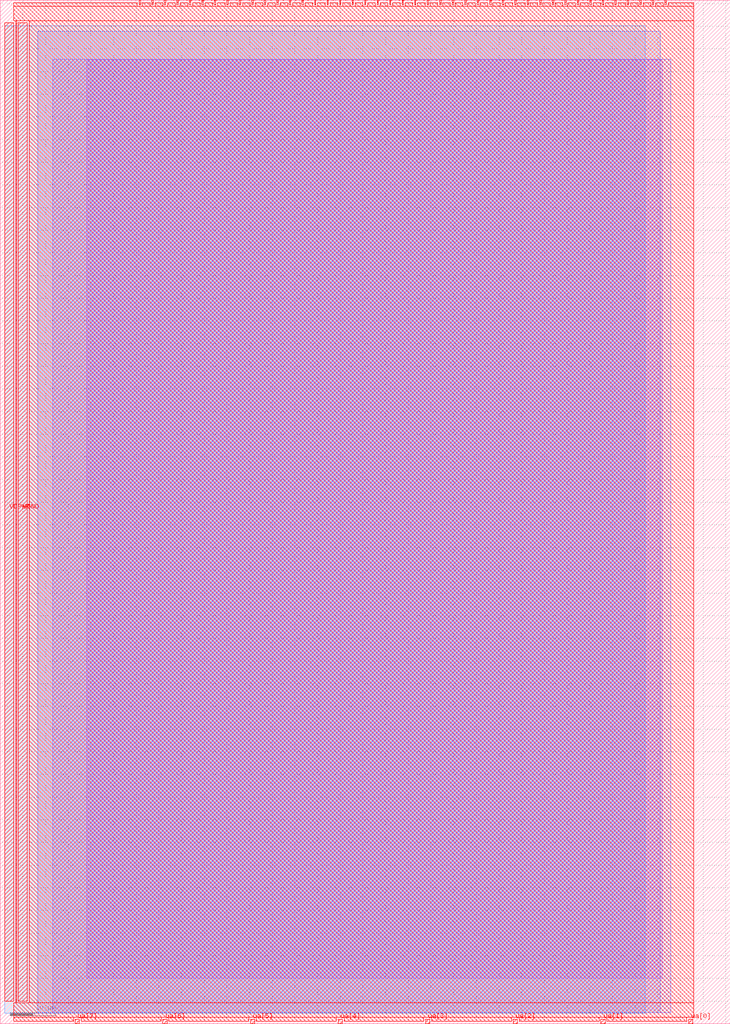
<source format=lef>
VERSION 5.7 ;
  NOWIREEXTENSIONATPIN ON ;
  DIVIDERCHAR "/" ;
  BUSBITCHARS "[]" ;
MACRO tt_um_brandonramos_opamp_ladder
  CLASS BLOCK ;
  FOREIGN tt_um_brandonramos_opamp_ladder ;
  ORIGIN 0.000 0.000 ;
  SIZE 161.000 BY 225.760 ;
  PIN clk
    DIRECTION INPUT ;
    USE SIGNAL ;
    PORT
      LAYER met4 ;
        RECT 143.830 224.760 144.130 225.760 ;
    END
  END clk
  PIN ena
    DIRECTION INPUT ;
    USE SIGNAL ;
    PORT
      LAYER met4 ;
        RECT 146.590 224.760 146.890 225.760 ;
    END
  END ena
  PIN rst_n
    DIRECTION INPUT ;
    USE SIGNAL ;
    PORT
      LAYER met4 ;
        RECT 141.070 224.760 141.370 225.760 ;
    END
  END rst_n
  PIN ua[0]
    DIRECTION INOUT ;
    USE SIGNAL ;
    ANTENNAGATEAREA 14.400000 ;
    PORT
      LAYER met4 ;
        RECT 151.810 0.000 152.710 1.000 ;
    END
  END ua[0]
  PIN ua[1]
    DIRECTION INOUT ;
    USE SIGNAL ;
    PORT
      LAYER met4 ;
        RECT 132.490 0.000 133.390 1.000 ;
    END
  END ua[1]
  PIN ua[2]
    DIRECTION INOUT ;
    USE SIGNAL ;
    PORT
      LAYER met4 ;
        RECT 113.170 0.000 114.070 1.000 ;
    END
  END ua[2]
  PIN ua[3]
    DIRECTION INOUT ;
    USE SIGNAL ;
    PORT
      LAYER met4 ;
        RECT 93.850 0.000 94.750 1.000 ;
    END
  END ua[3]
  PIN ua[4]
    DIRECTION INOUT ;
    USE SIGNAL ;
    PORT
      LAYER met4 ;
        RECT 74.530 0.000 75.430 1.000 ;
    END
  END ua[4]
  PIN ua[5]
    DIRECTION INOUT ;
    USE SIGNAL ;
    PORT
      LAYER met4 ;
        RECT 55.210 0.000 56.110 1.000 ;
    END
  END ua[5]
  PIN ua[6]
    DIRECTION INOUT ;
    USE SIGNAL ;
    PORT
      LAYER met4 ;
        RECT 35.890 0.000 36.790 1.000 ;
    END
  END ua[6]
  PIN ua[7]
    DIRECTION INOUT ;
    USE SIGNAL ;
    PORT
      LAYER met4 ;
        RECT 16.570 0.000 17.470 1.000 ;
    END
  END ua[7]
  PIN ui_in[0]
    DIRECTION INPUT ;
    USE SIGNAL ;
    PORT
      LAYER met4 ;
        RECT 138.310 224.760 138.610 225.760 ;
    END
  END ui_in[0]
  PIN ui_in[1]
    DIRECTION INPUT ;
    USE SIGNAL ;
    PORT
      LAYER met4 ;
        RECT 135.550 224.760 135.850 225.760 ;
    END
  END ui_in[1]
  PIN ui_in[2]
    DIRECTION INPUT ;
    USE SIGNAL ;
    PORT
      LAYER met4 ;
        RECT 132.790 224.760 133.090 225.760 ;
    END
  END ui_in[2]
  PIN ui_in[3]
    DIRECTION INPUT ;
    USE SIGNAL ;
    PORT
      LAYER met4 ;
        RECT 130.030 224.760 130.330 225.760 ;
    END
  END ui_in[3]
  PIN ui_in[4]
    DIRECTION INPUT ;
    USE SIGNAL ;
    PORT
      LAYER met4 ;
        RECT 127.270 224.760 127.570 225.760 ;
    END
  END ui_in[4]
  PIN ui_in[5]
    DIRECTION INPUT ;
    USE SIGNAL ;
    PORT
      LAYER met4 ;
        RECT 124.510 224.760 124.810 225.760 ;
    END
  END ui_in[5]
  PIN ui_in[6]
    DIRECTION INPUT ;
    USE SIGNAL ;
    PORT
      LAYER met4 ;
        RECT 121.750 224.760 122.050 225.760 ;
    END
  END ui_in[6]
  PIN ui_in[7]
    DIRECTION INPUT ;
    USE SIGNAL ;
    PORT
      LAYER met4 ;
        RECT 118.990 224.760 119.290 225.760 ;
    END
  END ui_in[7]
  PIN uio_in[0]
    DIRECTION INPUT ;
    USE SIGNAL ;
    PORT
      LAYER met4 ;
        RECT 116.230 224.760 116.530 225.760 ;
    END
  END uio_in[0]
  PIN uio_in[1]
    DIRECTION INPUT ;
    USE SIGNAL ;
    PORT
      LAYER met4 ;
        RECT 113.470 224.760 113.770 225.760 ;
    END
  END uio_in[1]
  PIN uio_in[2]
    DIRECTION INPUT ;
    USE SIGNAL ;
    PORT
      LAYER met4 ;
        RECT 110.710 224.760 111.010 225.760 ;
    END
  END uio_in[2]
  PIN uio_in[3]
    DIRECTION INPUT ;
    USE SIGNAL ;
    PORT
      LAYER met4 ;
        RECT 107.950 224.760 108.250 225.760 ;
    END
  END uio_in[3]
  PIN uio_in[4]
    DIRECTION INPUT ;
    USE SIGNAL ;
    PORT
      LAYER met4 ;
        RECT 105.190 224.760 105.490 225.760 ;
    END
  END uio_in[4]
  PIN uio_in[5]
    DIRECTION INPUT ;
    USE SIGNAL ;
    PORT
      LAYER met4 ;
        RECT 102.430 224.760 102.730 225.760 ;
    END
  END uio_in[5]
  PIN uio_in[6]
    DIRECTION INPUT ;
    USE SIGNAL ;
    PORT
      LAYER met4 ;
        RECT 99.670 224.760 99.970 225.760 ;
    END
  END uio_in[6]
  PIN uio_in[7]
    DIRECTION INPUT ;
    USE SIGNAL ;
    PORT
      LAYER met4 ;
        RECT 96.910 224.760 97.210 225.760 ;
    END
  END uio_in[7]
  PIN uio_oe[0]
    DIRECTION OUTPUT ;
    USE SIGNAL ;
    ANTENNAGATEAREA 65.593796 ;
    ANTENNADIFFAREA 132.482895 ;
    PORT
      LAYER met4 ;
        RECT 49.990 224.760 50.290 225.760 ;
    END
  END uio_oe[0]
  PIN uio_oe[1]
    DIRECTION OUTPUT ;
    USE SIGNAL ;
    ANTENNAGATEAREA 65.593796 ;
    ANTENNADIFFAREA 132.482895 ;
    PORT
      LAYER met4 ;
        RECT 47.230 224.760 47.530 225.760 ;
    END
  END uio_oe[1]
  PIN uio_oe[2]
    DIRECTION OUTPUT ;
    USE SIGNAL ;
    ANTENNAGATEAREA 65.593796 ;
    ANTENNADIFFAREA 132.482895 ;
    PORT
      LAYER met4 ;
        RECT 44.470 224.760 44.770 225.760 ;
    END
  END uio_oe[2]
  PIN uio_oe[3]
    DIRECTION OUTPUT ;
    USE SIGNAL ;
    ANTENNAGATEAREA 65.593796 ;
    ANTENNADIFFAREA 132.482895 ;
    PORT
      LAYER met4 ;
        RECT 41.710 224.760 42.010 225.760 ;
    END
  END uio_oe[3]
  PIN uio_oe[4]
    DIRECTION OUTPUT ;
    USE SIGNAL ;
    ANTENNAGATEAREA 65.593796 ;
    ANTENNADIFFAREA 132.482895 ;
    PORT
      LAYER met4 ;
        RECT 38.950 224.760 39.250 225.760 ;
    END
  END uio_oe[4]
  PIN uio_oe[5]
    DIRECTION OUTPUT ;
    USE SIGNAL ;
    ANTENNAGATEAREA 65.593796 ;
    ANTENNADIFFAREA 132.482895 ;
    PORT
      LAYER met4 ;
        RECT 36.190 224.760 36.490 225.760 ;
    END
  END uio_oe[5]
  PIN uio_oe[6]
    DIRECTION OUTPUT ;
    USE SIGNAL ;
    ANTENNAGATEAREA 65.593796 ;
    ANTENNADIFFAREA 132.482895 ;
    PORT
      LAYER met4 ;
        RECT 33.430 224.760 33.730 225.760 ;
    END
  END uio_oe[6]
  PIN uio_oe[7]
    DIRECTION OUTPUT ;
    USE SIGNAL ;
    ANTENNAGATEAREA 65.593796 ;
    ANTENNADIFFAREA 132.482895 ;
    PORT
      LAYER met4 ;
        RECT 30.670 224.760 30.970 225.760 ;
    END
  END uio_oe[7]
  PIN uio_out[0]
    DIRECTION OUTPUT ;
    USE SIGNAL ;
    ANTENNAGATEAREA 65.593796 ;
    ANTENNADIFFAREA 132.482895 ;
    PORT
      LAYER met4 ;
        RECT 72.070 224.760 72.370 225.760 ;
    END
  END uio_out[0]
  PIN uio_out[1]
    DIRECTION OUTPUT ;
    USE SIGNAL ;
    ANTENNAGATEAREA 65.593796 ;
    ANTENNADIFFAREA 132.482895 ;
    PORT
      LAYER met4 ;
        RECT 69.310 224.760 69.610 225.760 ;
    END
  END uio_out[1]
  PIN uio_out[2]
    DIRECTION OUTPUT ;
    USE SIGNAL ;
    ANTENNAGATEAREA 65.593796 ;
    ANTENNADIFFAREA 132.482895 ;
    PORT
      LAYER met4 ;
        RECT 66.550 224.760 66.850 225.760 ;
    END
  END uio_out[2]
  PIN uio_out[3]
    DIRECTION OUTPUT ;
    USE SIGNAL ;
    ANTENNAGATEAREA 65.593796 ;
    ANTENNADIFFAREA 132.482895 ;
    PORT
      LAYER met4 ;
        RECT 63.790 224.760 64.090 225.760 ;
    END
  END uio_out[3]
  PIN uio_out[4]
    DIRECTION OUTPUT ;
    USE SIGNAL ;
    ANTENNAGATEAREA 65.593796 ;
    ANTENNADIFFAREA 132.482895 ;
    PORT
      LAYER met4 ;
        RECT 61.030 224.760 61.330 225.760 ;
    END
  END uio_out[4]
  PIN uio_out[5]
    DIRECTION OUTPUT ;
    USE SIGNAL ;
    ANTENNAGATEAREA 65.593796 ;
    ANTENNADIFFAREA 132.482895 ;
    PORT
      LAYER met4 ;
        RECT 58.270 224.760 58.570 225.760 ;
    END
  END uio_out[5]
  PIN uio_out[6]
    DIRECTION OUTPUT ;
    USE SIGNAL ;
    ANTENNAGATEAREA 65.593796 ;
    ANTENNADIFFAREA 132.482895 ;
    PORT
      LAYER met4 ;
        RECT 55.510 224.760 55.810 225.760 ;
    END
  END uio_out[6]
  PIN uio_out[7]
    DIRECTION OUTPUT ;
    USE SIGNAL ;
    ANTENNAGATEAREA 65.593796 ;
    ANTENNADIFFAREA 132.482895 ;
    PORT
      LAYER met4 ;
        RECT 52.750 224.760 53.050 225.760 ;
    END
  END uio_out[7]
  PIN uo_out[0]
    DIRECTION OUTPUT ;
    USE SIGNAL ;
    ANTENNADIFFAREA 0.445500 ;
    PORT
      LAYER met4 ;
        RECT 94.150 224.760 94.450 225.760 ;
    END
  END uo_out[0]
  PIN uo_out[1]
    DIRECTION OUTPUT ;
    USE SIGNAL ;
    ANTENNADIFFAREA 0.445500 ;
    PORT
      LAYER met4 ;
        RECT 91.390 224.760 91.690 225.760 ;
    END
  END uo_out[1]
  PIN uo_out[2]
    DIRECTION OUTPUT ;
    USE SIGNAL ;
    ANTENNAGATEAREA 65.593796 ;
    ANTENNADIFFAREA 132.482895 ;
    PORT
      LAYER met4 ;
        RECT 88.630 224.760 88.930 225.760 ;
    END
  END uo_out[2]
  PIN uo_out[3]
    DIRECTION OUTPUT ;
    USE SIGNAL ;
    ANTENNAGATEAREA 65.593796 ;
    ANTENNADIFFAREA 132.482895 ;
    PORT
      LAYER met4 ;
        RECT 85.870 224.760 86.170 225.760 ;
    END
  END uo_out[3]
  PIN uo_out[4]
    DIRECTION OUTPUT ;
    USE SIGNAL ;
    ANTENNAGATEAREA 65.593796 ;
    ANTENNADIFFAREA 132.482895 ;
    PORT
      LAYER met4 ;
        RECT 83.110 224.760 83.410 225.760 ;
    END
  END uo_out[4]
  PIN uo_out[5]
    DIRECTION OUTPUT ;
    USE SIGNAL ;
    ANTENNAGATEAREA 65.593796 ;
    ANTENNADIFFAREA 132.482895 ;
    PORT
      LAYER met4 ;
        RECT 80.350 224.760 80.650 225.760 ;
    END
  END uo_out[5]
  PIN uo_out[6]
    DIRECTION OUTPUT ;
    USE SIGNAL ;
    ANTENNAGATEAREA 65.593796 ;
    ANTENNADIFFAREA 132.482895 ;
    PORT
      LAYER met4 ;
        RECT 77.590 224.760 77.890 225.760 ;
    END
  END uo_out[6]
  PIN uo_out[7]
    DIRECTION OUTPUT ;
    USE SIGNAL ;
    ANTENNAGATEAREA 65.593796 ;
    ANTENNADIFFAREA 132.482895 ;
    PORT
      LAYER met4 ;
        RECT 74.830 224.760 75.130 225.760 ;
    END
  END uo_out[7]
  PIN VDPWR
    DIRECTION INOUT ;
    USE POWER ;
    PORT
      LAYER met4 ;
        RECT 1.000 5.000 3.000 220.760 ;
    END
  END VDPWR
  PIN VGND
    DIRECTION INOUT ;
    USE GROUND ;
    PORT
      LAYER met4 ;
        RECT 4.000 5.000 6.000 220.760 ;
    END
  END VGND
  OBS
      LAYER li1 ;
        RECT 19.050 9.990 146.050 212.615 ;
      LAYER met1 ;
        RECT 11.615 2.425 147.910 212.770 ;
      LAYER met2 ;
        RECT 8.305 2.395 145.570 218.865 ;
      LAYER met3 ;
        RECT 0.980 2.370 142.280 220.075 ;
      LAYER met4 ;
        RECT 3.000 224.360 30.270 225.160 ;
        RECT 31.370 224.360 33.030 225.160 ;
        RECT 34.130 224.360 35.790 225.160 ;
        RECT 36.890 224.360 38.550 225.160 ;
        RECT 39.650 224.360 41.310 225.160 ;
        RECT 42.410 224.360 44.070 225.160 ;
        RECT 45.170 224.360 46.830 225.160 ;
        RECT 47.930 224.360 49.590 225.160 ;
        RECT 50.690 224.360 52.350 225.160 ;
        RECT 53.450 224.360 55.110 225.160 ;
        RECT 56.210 224.360 57.870 225.160 ;
        RECT 58.970 224.360 60.630 225.160 ;
        RECT 61.730 224.360 63.390 225.160 ;
        RECT 64.490 224.360 66.150 225.160 ;
        RECT 67.250 224.360 68.910 225.160 ;
        RECT 70.010 224.360 71.670 225.160 ;
        RECT 72.770 224.360 74.430 225.160 ;
        RECT 75.530 224.360 77.190 225.160 ;
        RECT 78.290 224.360 79.950 225.160 ;
        RECT 81.050 224.360 82.710 225.160 ;
        RECT 83.810 224.360 85.470 225.160 ;
        RECT 86.570 224.360 88.230 225.160 ;
        RECT 89.330 224.360 90.990 225.160 ;
        RECT 92.090 224.360 93.750 225.160 ;
        RECT 94.850 224.360 96.510 225.160 ;
        RECT 97.610 224.360 99.270 225.160 ;
        RECT 100.370 224.360 102.030 225.160 ;
        RECT 103.130 224.360 104.790 225.160 ;
        RECT 105.890 224.360 107.550 225.160 ;
        RECT 108.650 224.360 110.310 225.160 ;
        RECT 111.410 224.360 113.070 225.160 ;
        RECT 114.170 224.360 115.830 225.160 ;
        RECT 116.930 224.360 118.590 225.160 ;
        RECT 119.690 224.360 121.350 225.160 ;
        RECT 122.450 224.360 124.110 225.160 ;
        RECT 125.210 224.360 126.870 225.160 ;
        RECT 127.970 224.360 129.630 225.160 ;
        RECT 130.730 224.360 132.390 225.160 ;
        RECT 133.490 224.360 135.150 225.160 ;
        RECT 136.250 224.360 137.910 225.160 ;
        RECT 139.010 224.360 140.670 225.160 ;
        RECT 141.770 224.360 143.430 225.160 ;
        RECT 144.530 224.360 146.190 225.160 ;
        RECT 147.290 224.360 152.995 225.160 ;
        RECT 3.000 221.160 152.995 224.360 ;
        RECT 3.400 4.600 3.600 221.160 ;
        RECT 6.400 4.600 152.995 221.160 ;
        RECT 3.000 1.400 152.995 4.600 ;
        RECT 3.000 0.570 16.170 1.400 ;
        RECT 17.870 0.570 35.490 1.400 ;
        RECT 37.190 0.570 54.810 1.400 ;
        RECT 56.510 0.570 74.130 1.400 ;
        RECT 75.830 0.570 93.450 1.400 ;
        RECT 95.150 0.570 112.770 1.400 ;
        RECT 114.470 0.570 132.090 1.400 ;
        RECT 133.790 0.570 151.410 1.400 ;
  END
END tt_um_brandonramos_opamp_ladder
END LIBRARY


</source>
